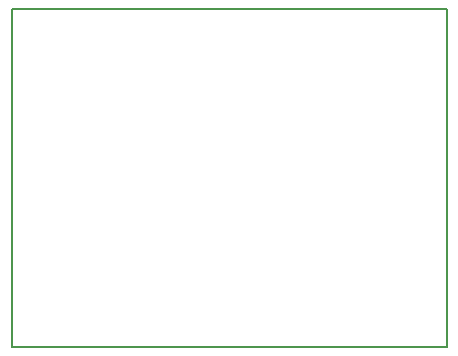
<source format=gbr>
G04 DipTrace 3.0.0.1*
G04 BoardOutline.gbr*
%MOIN*%
G04 #@! TF.FileFunction,Profile*
G04 #@! TF.Part,Single*
%ADD11C,0.005512*%
%FSLAX26Y26*%
G04*
G70*
G90*
G75*
G01*
G04 BoardOutline*
%LPD*%
X394000Y394000D2*
D11*
X1844000D1*
Y844000D1*
Y1194000D1*
Y1519000D1*
X394000D1*
Y394000D1*
M02*

</source>
